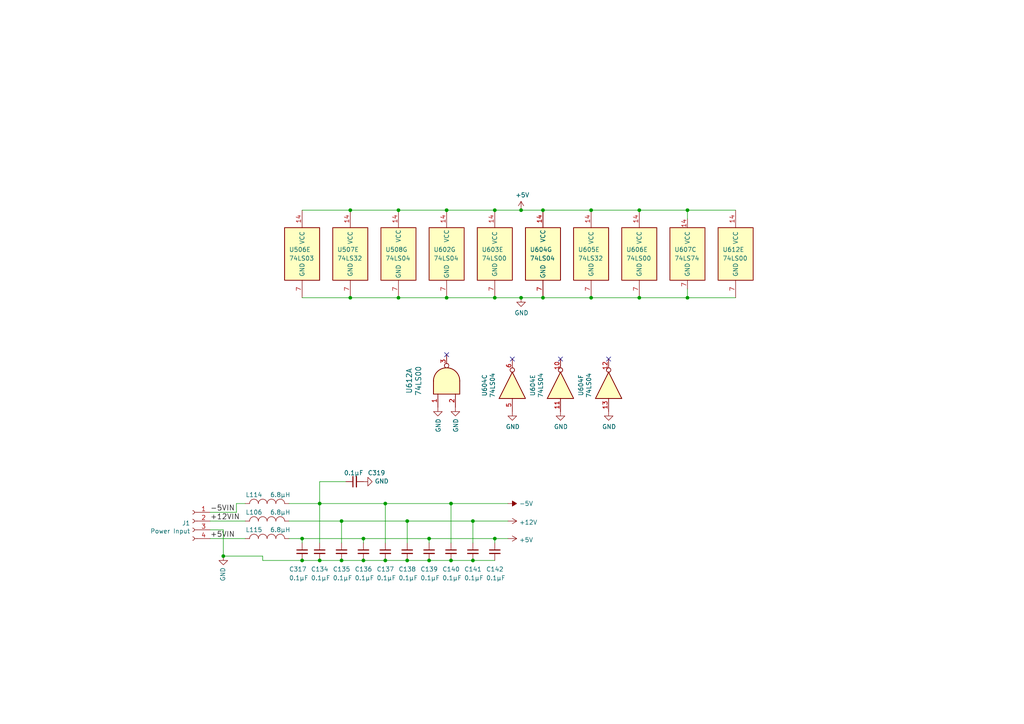
<source format=kicad_sch>
(kicad_sch (version 20211123) (generator eeschema)
  (paper "A4")
  (title_block (title "TI-99/4A") (date "2022-02-18") (rev "1.1") (company "Robert Krenicki - https://github.com/rkrenicki/TI99-Motherboard") (comment 1 "Schematic for sound device") (comment 3 "Based on the HackMac KiCAD Design"))
  (lib_symbols
    (symbol "74xx:74LS00" (pin_names (offset 1.016))
      (property "Reference" "U" (at 0 1.27 0))
      (property "Value" "74LS00" (at 0 -1.27 0))
      (symbol "74LS00_1_1"
        (arc (start 0 -3.81) (mid 3.81 0) (end 0 3.81) (stroke (width 0.254)) (fill (type background)))
        (polyline (pts (xy 0 3.81) (xy -3.81 3.81) (xy -3.81 -3.81) (xy 0 -3.81)) (stroke (width 0.254)) (fill (type background)))
        (pin input line (at -7.62 2.54 0) (length 3.81) (name "~") (number "1"))
        (pin input line (at -7.62 -2.54 0) (length 3.81) (name "~") (number "2"))
        (pin output inverted (at 7.62 0 180) (length 3.81) (name "~") (number "3"))
      )
      (symbol "74LS00_1_2"
        (arc (start -3.81 -3.81) (mid -2.589 0) (end -3.81 3.81) (stroke (width 0.254)))
        (arc (start -0.6096 -3.81) (mid 2.1855 -2.584) (end 3.81 0) (stroke (width 0.254)) (fill (type background)))
        (polyline (pts (xy -3.81 -3.81) (xy -0.635 -3.81)) (stroke (width 0.254)) (fill (type background)))
        (polyline (pts (xy -3.81 3.81) (xy -0.635 3.81)) (stroke (width 0.254)) (fill (type background)))
        (polyline (pts (xy -0.635 3.81) (xy -3.81 3.81) (xy -3.81 3.81) (xy -3.556 3.4036) (xy -3.0226 2.2606) (xy -2.6924 1.0414) (xy -2.6162 -0.254) (xy -2.7686 -1.4986) (xy -3.175 -2.7178) (xy -3.81 -3.81) (xy -3.81 -3.81) (xy -0.635 -3.81)) (stroke (width -25.4)) (fill (type background)))
        (arc (start 3.81 0) (mid 2.1928 2.5925) (end -0.6096 3.81) (stroke (width 0.254)) (fill (type background)))
        (pin input inverted (at -7.62 2.54 0) (length 4.318) (name "~") (number "1"))
        (pin input inverted (at -7.62 -2.54 0) (length 4.318) (name "~") (number "2"))
        (pin output line (at 7.62 0 180) (length 3.81) (name "~") (number "3"))
      )
      (symbol "74LS00_2_1"
        (arc (start 0 -3.81) (mid 3.81 0) (end 0 3.81) (stroke (width 0.254)) (fill (type background)))
        (polyline (pts (xy 0 3.81) (xy -3.81 3.81) (xy -3.81 -3.81) (xy 0 -3.81)) (stroke (width 0.254)) (fill (type background)))
        (pin input line (at -7.62 2.54 0) (length 3.81) (name "~") (number "4"))
        (pin input line (at -7.62 -2.54 0) (length 3.81) (name "~") (number "5"))
        (pin output inverted (at 7.62 0 180) (length 3.81) (name "~") (number "6"))
      )
      (symbol "74LS00_2_2"
        (arc (start -3.81 -3.81) (mid -2.589 0) (end -3.81 3.81) (stroke (width 0.254)))
        (arc (start -0.6096 -3.81) (mid 2.1855 -2.584) (end 3.81 0) (stroke (width 0.254)) (fill (type background)))
        (polyline (pts (xy -3.81 -3.81) (xy -0.635 -3.81)) (stroke (width 0.254)) (fill (type background)))
        (polyline (pts (xy -3.81 3.81) (xy -0.635 3.81)) (stroke (width 0.254)) (fill (type background)))
        (polyline (pts (xy -0.635 3.81) (xy -3.81 3.81) (xy -3.81 3.81) (xy -3.556 3.4036) (xy -3.0226 2.2606) (xy -2.6924 1.0414) (xy -2.6162 -0.254) (xy -2.7686 -1.4986) (xy -3.175 -2.7178) (xy -3.81 -3.81) (xy -3.81 -3.81) (xy -0.635 -3.81)) (stroke (width -25.4)) (fill (type background)))
        (arc (start 3.81 0) (mid 2.1928 2.5925) (end -0.6096 3.81) (stroke (width 0.254)) (fill (type background)))
        (pin input inverted (at -7.62 2.54 0) (length 4.318) (name "~") (number "4"))
        (pin input inverted (at -7.62 -2.54 0) (length 4.318) (name "~") (number "5"))
        (pin output line (at 7.62 0 180) (length 3.81) (name "~") (number "6"))
      )
      (symbol "74LS00_3_1"
        (arc (start 0 -3.81) (mid 3.81 0) (end 0 3.81) (stroke (width 0.254)) (fill (type background)))
        (polyline (pts (xy 0 3.81) (xy -3.81 3.81) (xy -3.81 -3.81) (xy 0 -3.81)) (stroke (width 0.254)) (fill (type background)))
        (pin input line (at -7.62 -2.54 0) (length 3.81) (name "~") (number "10"))
        (pin output inverted (at 7.62 0 180) (length 3.81) (name "~") (number "8"))
        (pin input line (at -7.62 2.54 0) (length 3.81) (name "~") (number "9"))
      )
      (symbol "74LS00_3_2"
        (arc (start -3.81 -3.81) (mid -2.589 0) (end -3.81 3.81) (stroke (width 0.254)))
        (arc (start -0.6096 -3.81) (mid 2.1855 -2.584) (end 3.81 0) (stroke (width 0.254)) (fill (type background)))
        (polyline (pts (xy -3.81 -3.81) (xy -0.635 -3.81)) (stroke (width 0.254)) (fill (type background)))
        (polyline (pts (xy -3.81 3.81) (xy -0.635 3.81)) (stroke (width 0.254)) (fill (type background)))
        (polyline (pts (xy -0.635 3.81) (xy -3.81 3.81) (xy -3.81 3.81) (xy -3.556 3.4036) (xy -3.0226 2.2606) (xy -2.6924 1.0414) (xy -2.6162 -0.254) (xy -2.7686 -1.4986) (xy -3.175 -2.7178) (xy -3.81 -3.81) (xy -3.81 -3.81) (xy -0.635 -3.81)) (stroke (width -25.4)) (fill (type background)))
        (arc (start 3.81 0) (mid 2.1928 2.5925) (end -0.6096 3.81) (stroke (width 0.254)) (fill (type background)))
        (pin input inverted (at -7.62 -2.54 0) (length 4.318) (name "~") (number "10"))
        (pin output line (at 7.62 0 180) (length 3.81) (name "~") (number "8"))
        (pin input inverted (at -7.62 2.54 0) (length 4.318) (name "~") (number "9"))
      )
      (symbol "74LS00_4_1"
        (arc (start 0 -3.81) (mid 3.81 0) (end 0 3.81) (stroke (width 0.254)) (fill (type background)))
        (polyline (pts (xy 0 3.81) (xy -3.81 3.81) (xy -3.81 -3.81) (xy 0 -3.81)) (stroke (width 0.254)) (fill (type background)))
        (pin output inverted (at 7.62 0 180) (length 3.81) (name "~") (number "11"))
        (pin input line (at -7.62 2.54 0) (length 3.81) (name "~") (number "12"))
        (pin input line (at -7.62 -2.54 0) (length 3.81) (name "~") (number "13"))
      )
      (symbol "74LS00_4_2"
        (arc (start -3.81 -3.81) (mid -2.589 0) (end -3.81 3.81) (stroke (width 0.254)))
        (arc (start -0.6096 -3.81) (mid 2.1855 -2.584) (end 3.81 0) (stroke (width 0.254)) (fill (type background)))
        (polyline (pts (xy -3.81 -3.81) (xy -0.635 -3.81)) (stroke (width 0.254)) (fill (type background)))
        (polyline (pts (xy -3.81 3.81) (xy -0.635 3.81)) (stroke (width 0.254)) (fill (type background)))
        (polyline (pts (xy -0.635 3.81) (xy -3.81 3.81) (xy -3.81 3.81) (xy -3.556 3.4036) (xy -3.0226 2.2606) (xy -2.6924 1.0414) (xy -2.6162 -0.254) (xy -2.7686 -1.4986) (xy -3.175 -2.7178) (xy -3.81 -3.81) (xy -3.81 -3.81) (xy -0.635 -3.81)) (stroke (width -25.4)) (fill (type background)))
        (arc (start 3.81 0) (mid 2.1928 2.5925) (end -0.6096 3.81) (stroke (width 0.254)) (fill (type background)))
        (pin output line (at 7.62 0 180) (length 3.81) (name "~") (number "11"))
        (pin input inverted (at -7.62 2.54 0) (length 4.318) (name "~") (number "12"))
        (pin input inverted (at -7.62 -2.54 0) (length 4.318) (name "~") (number "13"))
      )
      (symbol "74LS00_5_0"
        (pin power_in line (at 0 12.7 270) (length 5.08) (name "VCC") (number "14"))
        (pin power_in line (at 0 -12.7 90) (length 5.08) (name "GND") (number "7"))
      )
      (symbol "74LS00_5_1"
        (rectangle (start -5.08 7.62) (end 5.08 -7.62) (stroke (width 0.254)) (fill (type background)))
      )
    )
    (symbol "74xx:74LS03" (pin_names (offset 1.016))
      (property "Reference" "U" (at 0 1.27 0))
      (property "Value" "74LS03" (at 0 -1.27 0))
      (symbol "74LS03_1_1"
        (arc (start 0 -3.81) (mid 3.81 0) (end 0 3.81) (stroke (width 0.254)) (fill (type background)))
        (polyline (pts (xy 0 3.81) (xy -3.81 3.81) (xy -3.81 -3.81) (xy 0 -3.81)) (stroke (width 0.254)) (fill (type background)))
        (pin input line (at -7.62 2.54 0) (length 3.81) (name "~") (number "1"))
        (pin input line (at -7.62 -2.54 0) (length 3.81) (name "~") (number "2"))
        (pin open_collector inverted (at 7.62 0 180) (length 3.81) (name "~") (number "3"))
      )
      (symbol "74LS03_1_2"
        (arc (start -3.81 -3.81) (mid -2.589 0) (end -3.81 3.81) (stroke (width 0.254)))
        (arc (start -0.6096 -3.81) (mid 2.1855 -2.584) (end 3.81 0) (stroke (width 0.254)) (fill (type background)))
        (polyline (pts (xy -3.81 -3.81) (xy -0.635 -3.81)) (stroke (width 0.254)) (fill (type background)))
        (polyline (pts (xy -3.81 3.81) (xy -0.635 3.81)) (stroke (width 0.254)) (fill (type background)))
        (polyline (pts (xy -0.635 3.81) (xy -3.81 3.81) (xy -3.81 3.81) (xy -3.556 3.4036) (xy -3.0226 2.2606) (xy -2.6924 1.0414) (xy -2.6162 -0.254) (xy -2.7686 -1.4986) (xy -3.175 -2.7178) (xy -3.81 -3.81) (xy -3.81 -3.81) (xy -0.635 -3.81)) (stroke (width -25.4)) (fill (type background)))
        (arc (start 3.81 0) (mid 2.1928 2.5925) (end -0.6096 3.81) (stroke (width 0.254)) (fill (type background)))
        (pin input inverted (at -7.62 2.54 0) (length 4.318) (name "~") (number "1"))
        (pin input inverted (at -7.62 -2.54 0) (length 4.318) (name "~") (number "2"))
        (pin open_collector line (at 7.62 0 180) (length 3.81) (name "~") (number "3"))
      )
      (symbol "74LS03_2_1"
        (arc (start 0 -3.81) (mid 3.81 0) (end 0 3.81) (stroke (width 0.254)) (fill (type background)))
        (polyline (pts (xy 0 3.81) (xy -3.81 3.81) (xy -3.81 -3.81) (xy 0 -3.81)) (stroke (width 0.254)) (fill (type background)))
        (pin input line (at -7.62 2.54 0) (length 3.81) (name "~") (number "4"))
        (pin input line (at -7.62 -2.54 0) (length 3.81) (name "~") (number "5"))
        (pin open_collector inverted (at 7.62 0 180) (length 3.81) (name "~") (number "6"))
      )
      (symbol "74LS03_2_2"
        (arc (start -3.81 -3.81) (mid -2.589 0) (end -3.81 3.81) (stroke (width 0.254)))
        (arc (start -0.6096 -3.81) (mid 2.1855 -2.584) (end 3.81 0) (stroke (width 0.254)) (fill (type background)))
        (polyline (pts (xy -3.81 -3.81) (xy -0.635 -3.81)) (stroke (width 0.254)) (fill (type background)))
        (polyline (pts (xy -3.81 3.81) (xy -0.635 3.81)) (stroke (width 0.254)) (fill (type background)))
        (polyline (pts (xy -0.635 3.81) (xy -3.81 3.81) (xy -3.81 3.81) (xy -3.556 3.4036) (xy -3.0226 2.2606) (xy -2.6924 1.0414) (xy -2.6162 -0.254) (xy -2.7686 -1.4986) (xy -3.175 -2.7178) (xy -3.81 -3.81) (xy -3.81 -3.81) (xy -0.635 -3.81)) (stroke (width -25.4)) (fill (type background)))
        (arc (start 3.81 0) (mid 2.1928 2.5925) (end -0.6096 3.81) (stroke (width 0.254)) (fill (type background)))
        (pin input inverted (at -7.62 2.54 0) (length 4.318) (name "~") (number "4"))
        (pin input inverted (at -7.62 -2.54 0) (length 4.318) (name "~") (number "5"))
        (pin open_collector line (at 7.62 0 180) (length 3.81) (name "~") (number "6"))
      )
      (symbol "74LS03_3_1"
        (arc (start 0 -3.81) (mid 3.81 0) (end 0 3.81) (stroke (width 0.254)) (fill (type background)))
        (polyline (pts (xy 0 3.81) (xy -3.81 3.81) (xy -3.81 -3.81) (xy 0 -3.81)) (stroke (width 0.254)) (fill (type background)))
        (pin input line (at -7.62 -2.54 0) (length 3.81) (name "~") (number "10"))
        (pin open_collector inverted (at 7.62 0 180) (length 3.81) (name "~") (number "8"))
        (pin input line (at -7.62 2.54 0) (length 3.81) (name "~") (number "9"))
      )
      (symbol "74LS03_3_2"
        (arc (start -3.81 -3.81) (mid -2.589 0) (end -3.81 3.81) (stroke (width 0.254)))
        (arc (start -0.6096 -3.81) (mid 2.1855 -2.584) (end 3.81 0) (stroke (width 0.254)) (fill (type background)))
        (polyline (pts (xy -3.81 -3.81) (xy -0.635 -3.81)) (stroke (width 0.254)) (fill (type background)))
        (polyline (pts (xy -3.81 3.81) (xy -0.635 3.81)) (stroke (width 0.254)) (fill (type background)))
        (polyline (pts (xy -0.635 3.81) (xy -3.81 3.81) (xy -3.81 3.81) (xy -3.556 3.4036) (xy -3.0226 2.2606) (xy -2.6924 1.0414) (xy -2.6162 -0.254) (xy -2.7686 -1.4986) (xy -3.175 -2.7178) (xy -3.81 -3.81) (xy -3.81 -3.81) (xy -0.635 -3.81)) (stroke (width -25.4)) (fill (type background)))
        (arc (start 3.81 0) (mid 2.1928 2.5925) (end -0.6096 3.81) (stroke (width 0.254)) (fill (type background)))
        (pin input inverted (at -7.62 -2.54 0) (length 4.318) (name "~") (number "10"))
        (pin open_collector line (at 7.62 0 180) (length 3.81) (name "~") (number "8"))
        (pin input inverted (at -7.62 2.54 0) (length 4.318) (name "~") (number "9"))
      )
      (symbol "74LS03_4_1"
        (arc (start 0 -3.81) (mid 3.81 0) (end 0 3.81) (stroke (width 0.254)) (fill (type background)))
        (polyline (pts (xy 0 3.81) (xy -3.81 3.81) (xy -3.81 -3.81) (xy 0 -3.81)) (stroke (width 0.254)) (fill (type background)))
        (pin open_collector inverted (at 7.62 0 180) (length 3.81) (name "~") (number "11"))
        (pin input line (at -7.62 2.54 0) (length 3.81) (name "~") (number "12"))
        (pin input line (at -7.62 -2.54 0) (length 3.81) (name "~") (number "13"))
      )
      (symbol "74LS03_4_2"
        (arc (start -3.81 -3.81) (mid -2.589 0) (end -3.81 3.81) (stroke (width 0.254)))
        (arc (start -0.6096 -3.81) (mid 2.1855 -2.584) (end 3.81 0) (stroke (width 0.254)) (fill (type background)))
        (polyline (pts (xy -3.81 -3.81) (xy -0.635 -3.81)) (stroke (width 0.254)) (fill (type background)))
        (polyline (pts (xy -3.81 3.81) (xy -0.635 3.81)) (stroke (width 0.254)) (fill (type background)))
        (polyline (pts (xy -0.635 3.81) (xy -3.81 3.81) (xy -3.81 3.81) (xy -3.556 3.4036) (xy -3.0226 2.2606) (xy -2.6924 1.0414) (xy -2.6162 -0.254) (xy -2.7686 -1.4986) (xy -3.175 -2.7178) (xy -3.81 -3.81) (xy -3.81 -3.81) (xy -0.635 -3.81)) (stroke (width -25.4)) (fill (type background)))
        (arc (start 3.81 0) (mid 2.1928 2.5925) (end -0.6096 3.81) (stroke (width 0.254)) (fill (type background)))
        (pin open_collector line (at 7.62 0 180) (length 3.81) (name "~") (number "11"))
        (pin input inverted (at -7.62 2.54 0) (length 4.318) (name "~") (number "12"))
        (pin input inverted (at -7.62 -2.54 0) (length 4.318) (name "~") (number "13"))
      )
      (symbol "74LS03_5_0"
        (pin power_in line (at 0 12.7 270) (length 5.08) (name "VCC") (number "14"))
        (pin power_in line (at 0 -12.7 90) (length 5.08) (name "GND") (number "7"))
      )
      (symbol "74LS03_5_1"
        (rectangle (start -5.08 7.62) (end 5.08 -7.62) (stroke (width 0.254)) (fill (type background)))
      )
    )
    (symbol "74xx:74LS04"
      (property "Reference" "U" (at 0 1.27 0))
      (property "Value" "74LS04" (at 0 -1.27 0))
      (symbol "74LS04_1_0"
        (polyline (pts (xy -3.81 3.81) (xy -3.81 -3.81) (xy 3.81 0) (xy -3.81 3.81)) (stroke (width 0.254)) (fill (type background)))
        (pin input line (at -7.62 0 0) (length 3.81) (name "~") (number "1"))
        (pin output inverted (at 7.62 0 180) (length 3.81) (name "~") (number "2"))
      )
      (symbol "74LS04_2_0"
        (polyline (pts (xy -3.81 3.81) (xy -3.81 -3.81) (xy 3.81 0) (xy -3.81 3.81)) (stroke (width 0.254)) (fill (type background)))
        (pin input line (at -7.62 0 0) (length 3.81) (name "~") (number "3"))
        (pin output inverted (at 7.62 0 180) (length 3.81) (name "~") (number "4"))
      )
      (symbol "74LS04_3_0"
        (polyline (pts (xy -3.81 3.81) (xy -3.81 -3.81) (xy 3.81 0) (xy -3.81 3.81)) (stroke (width 0.254)) (fill (type background)))
        (pin input line (at -7.62 0 0) (length 3.81) (name "~") (number "5"))
        (pin output inverted (at 7.62 0 180) (length 3.81) (name "~") (number "6"))
      )
      (symbol "74LS04_4_0"
        (polyline (pts (xy -3.81 3.81) (xy -3.81 -3.81) (xy 3.81 0) (xy -3.81 3.81)) (stroke (width 0.254)) (fill (type background)))
        (pin output inverted (at 7.62 0 180) (length 3.81) (name "~") (number "8"))
        (pin input line (at -7.62 0 0) (length 3.81) (name "~") (number "9"))
      )
      (symbol "74LS04_5_0"
        (polyline (pts (xy -3.81 3.81) (xy -3.81 -3.81) (xy 3.81 0) (xy -3.81 3.81)) (stroke (width 0.254)) (fill (type background)))
        (pin output inverted (at 7.62 0 180) (length 3.81) (name "~") (number "10"))
        (pin input line (at -7.62 0 0) (length 3.81) (name "~") (number "11"))
      )
      (symbol "74LS04_6_0"
        (polyline (pts (xy -3.81 3.81) (xy -3.81 -3.81) (xy 3.81 0) (xy -3.81 3.81)) (stroke (width 0.254)) (fill (type background)))
        (pin output inverted (at 7.62 0 180) (length 3.81) (name "~") (number "12"))
        (pin input line (at -7.62 0 0) (length 3.81) (name "~") (number "13"))
      )
      (symbol "74LS04_7_0"
        (pin power_in line (at 0 12.7 270) (length 5.08) (name "VCC") (number "14"))
        (pin power_in line (at 0 -12.7 90) (length 5.08) (name "GND") (number "7"))
      )
      (symbol "74LS04_7_1"
        (rectangle (start -5.08 7.62) (end 5.08 -7.62) (stroke (width 0.254)) (fill (type background)))
      )
    )
    (symbol "74xx:74LS32" (pin_names (offset 1.016))
      (property "Reference" "U" (at 0 1.27 0))
      (property "Value" "74LS32" (at 0 -1.27 0))
      (symbol "74LS32_1_1"
        (arc (start -3.81 -3.81) (mid -2.589 0) (end -3.81 3.81) (stroke (width 0.254)))
        (arc (start -0.6096 -3.81) (mid 2.1855 -2.584) (end 3.81 0) (stroke (width 0.254)) (fill (type background)))
        (polyline (pts (xy -3.81 -3.81) (xy -0.635 -3.81)) (stroke (width 0.254)) (fill (type background)))
        (polyline (pts (xy -3.81 3.81) (xy -0.635 3.81)) (stroke (width 0.254)) (fill (type background)))
        (polyline (pts (xy -0.635 3.81) (xy -3.81 3.81) (xy -3.81 3.81) (xy -3.556 3.4036) (xy -3.0226 2.2606) (xy -2.6924 1.0414) (xy -2.6162 -0.254) (xy -2.7686 -1.4986) (xy -3.175 -2.7178) (xy -3.81 -3.81) (xy -3.81 -3.81) (xy -0.635 -3.81)) (stroke (width -25.4)) (fill (type background)))
        (arc (start 3.81 0) (mid 2.1928 2.5925) (end -0.6096 3.81) (stroke (width 0.254)) (fill (type background)))
        (pin input line (at -7.62 2.54 0) (length 4.318) (name "~") (number "1"))
        (pin input line (at -7.62 -2.54 0) (length 4.318) (name "~") (number "2"))
        (pin output line (at 7.62 0 180) (length 3.81) (name "~") (number "3"))
      )
      (symbol "74LS32_1_2"
        (arc (start 0 -3.81) (mid 3.81 0) (end 0 3.81) (stroke (width 0.254)) (fill (type background)))
        (polyline (pts (xy 0 3.81) (xy -3.81 3.81) (xy -3.81 -3.81) (xy 0 -3.81)) (stroke (width 0.254)) (fill (type background)))
        (pin input inverted (at -7.62 2.54 0) (length 3.81) (name "~") (number "1"))
        (pin input inverted (at -7.62 -2.54 0) (length 3.81) (name "~") (number "2"))
        (pin output inverted (at 7.62 0 180) (length 3.81) (name "~") (number "3"))
      )
      (symbol "74LS32_2_1"
        (arc (start -3.81 -3.81) (mid -2.589 0) (end -3.81 3.81) (stroke (width 0.254)))
        (arc (start -0.6096 -3.81) (mid 2.1855 -2.584) (end 3.81 0) (stroke (width 0.254)) (fill (type background)))
        (polyline (pts (xy -3.81 -3.81) (xy -0.635 -3.81)) (stroke (width 0.254)) (fill (type background)))
        (polyline (pts (xy -3.81 3.81) (xy -0.635 3.81)) (stroke (width 0.254)) (fill (type background)))
        (polyline (pts (xy -0.635 3.81) (xy -3.81 3.81) (xy -3.81 3.81) (xy -3.556 3.4036) (xy -3.0226 2.2606) (xy -2.6924 1.0414) (xy -2.6162 -0.254) (xy -2.7686 -1.4986) (xy -3.175 -2.7178) (xy -3.81 -3.81) (xy -3.81 -3.81) (xy -0.635 -3.81)) (stroke (width -25.4)) (fill (type background)))
        (arc (start 3.81 0) (mid 2.1928 2.5925) (end -0.6096 3.81) (stroke (width 0.254)) (fill (type background)))
        (pin input line (at -7.62 2.54 0) (length 4.318) (name "~") (number "4"))
        (pin input line (at -7.62 -2.54 0) (length 4.318) (name "~") (number "5"))
        (pin output line (at 7.62 0 180) (length 3.81) (name "~") (number "6"))
      )
      (symbol "74LS32_2_2"
        (arc (start 0 -3.81) (mid 3.81 0) (end 0 3.81) (stroke (width 0.254)) (fill (type background)))
        (polyline (pts (xy 0 3.81) (xy -3.81 3.81) (xy -3.81 -3.81) (xy 0 -3.81)) (stroke (width 0.254)) (fill (type background)))
        (pin input inverted (at -7.62 2.54 0) (length 3.81) (name "~") (number "4"))
        (pin input inverted (at -7.62 -2.54 0) (length 3.81) (name "~") (number "5"))
        (pin output inverted (at 7.62 0 180) (length 3.81) (name "~") (number "6"))
      )
      (symbol "74LS32_3_1"
        (arc (start -3.81 -3.81) (mid -2.589 0) (end -3.81 3.81) (stroke (width 0.254)))
        (arc (start -0.6096 -3.81) (mid 2.1855 -2.584) (end 3.81 0) (stroke (width 0.254)) (fill (type background)))
        (polyline (pts (xy -3.81 -3.81) (xy -0.635 -3.81)) (stroke (width 0.254)) (fill (type background)))
        (polyline (pts (xy -3.81 3.81) (xy -0.635 3.81)) (stroke (width 0.254)) (fill (type background)))
        (polyline (pts (xy -0.635 3.81) (xy -3.81 3.81) (xy -3.81 3.81) (xy -3.556 3.4036) (xy -3.0226 2.2606) (xy -2.6924 1.0414) (xy -2.6162 -0.254) (xy -2.7686 -1.4986) (xy -3.175 -2.7178) (xy -3.81 -3.81) (xy -3.81 -3.81) (xy -0.635 -3.81)) (stroke (width -25.4)) (fill (type background)))
        (arc (start 3.81 0) (mid 2.1928 2.5925) (end -0.6096 3.81) (stroke (width 0.254)) (fill (type background)))
        (pin input line (at -7.62 -2.54 0) (length 4.318) (name "~") (number "10"))
        (pin output line (at 7.62 0 180) (length 3.81) (name "~") (number "8"))
        (pin input line (at -7.62 2.54 0) (length 4.318) (name "~") (number "9"))
      )
      (symbol "74LS32_3_2"
        (arc (start 0 -3.81) (mid 3.81 0) (end 0 3.81) (stroke (width 0.254)) (fill (type background)))
        (polyline (pts (xy 0 3.81) (xy -3.81 3.81) (xy -3.81 -3.81) (xy 0 -3.81)) (stroke (width 0.254)) (fill (type background)))
        (pin input inverted (at -7.62 -2.54 0) (length 3.81) (name "~") (number "10"))
        (pin output inverted (at 7.62 0 180) (length 3.81) (name "~") (number "8"))
        (pin input inverted (at -7.62 2.54 0) (length 3.81) (name "~") (number "9"))
      )
      (symbol "74LS32_4_1"
        (arc (start -3.81 -3.81) (mid -2.589 0) (end -3.81 3.81) (stroke (width 0.254)))
        (arc (start -0.6096 -3.81) (mid 2.1855 -2.584) (end 3.81 0) (stroke (width 0.254)) (fill (type background)))
        (polyline (pts (xy -3.81 -3.81) (xy -0.635 -3.81)) (stroke (width 0.254)) (fill (type background)))
        (polyline (pts (xy -3.81 3.81) (xy -0.635 3.81)) (stroke (width 0.254)) (fill (type background)))
        (polyline (pts (xy -0.635 3.81) (xy -3.81 3.81) (xy -3.81 3.81) (xy -3.556 3.4036) (xy -3.0226 2.2606) (xy -2.6924 1.0414) (xy -2.6162 -0.254) (xy -2.7686 -1.4986) (xy -3.175 -2.7178) (xy -3.81 -3.81) (xy -3.81 -3.81) (xy -0.635 -3.81)) (stroke (width -25.4)) (fill (type background)))
        (arc (start 3.81 0) (mid 2.1928 2.5925) (end -0.6096 3.81) (stroke (width 0.254)) (fill (type background)))
        (pin output line (at 7.62 0 180) (length 3.81) (name "~") (number "11"))
        (pin input line (at -7.62 2.54 0) (length 4.318) (name "~") (number "12"))
        (pin input line (at -7.62 -2.54 0) (length 4.318) (name "~") (number "13"))
      )
      (symbol "74LS32_4_2"
        (arc (start 0 -3.81) (mid 3.81 0) (end 0 3.81) (stroke (width 0.254)) (fill (type background)))
        (polyline (pts (xy 0 3.81) (xy -3.81 3.81) (xy -3.81 -3.81) (xy 0 -3.81)) (stroke (width 0.254)) (fill (type background)))
        (pin output inverted (at 7.62 0 180) (length 3.81) (name "~") (number "11"))
        (pin input inverted (at -7.62 2.54 0) (length 3.81) (name "~") (number "12"))
        (pin input inverted (at -7.62 -2.54 0) (length 3.81) (name "~") (number "13"))
      )
      (symbol "74LS32_5_0"
        (pin power_in line (at 0 12.7 270) (length 5.08) (name "VCC") (number "14"))
        (pin power_in line (at 0 -12.7 90) (length 5.08) (name "GND") (number "7"))
      )
      (symbol "74LS32_5_1"
        (rectangle (start -5.08 7.62) (end 5.08 -7.62) (stroke (width 0.254)) (fill (type background)))
      )
    )
    (symbol "74xx:74LS74" (pin_names (offset 1.016))
      (property "Reference" "U" (at -7.62 8.89 0))
      (property "Value" "74LS74" (at -7.62 -8.89 0))
      (symbol "74LS74_1_0"
        (pin input line (at 0 -7.62 90) (length 2.54) (name "~{R}") (number "1"))
        (pin input line (at -7.62 2.54 0) (length 2.54) (name "D") (number "2"))
        (pin input clock (at -7.62 0 0) (length 2.54) (name "C") (number "3"))
        (pin input line (at 0 7.62 270) (length 2.54) (name "~{S}") (number "4"))
        (pin output line (at 7.62 2.54 180) (length 2.54) (name "Q") (number "5"))
        (pin output line (at 7.62 -2.54 180) (length 2.54) (name "~{Q}") (number "6"))
      )
      (symbol "74LS74_1_1"
        (rectangle (start -5.08 5.08) (end 5.08 -5.08) (stroke (width 0.254)) (fill (type background)))
      )
      (symbol "74LS74_2_0"
        (pin input line (at 0 7.62 270) (length 2.54) (name "~{S}") (number "10"))
        (pin input clock (at -7.62 0 0) (length 2.54) (name "C") (number "11"))
        (pin input line (at -7.62 2.54 0) (length 2.54) (name "D") (number "12"))
        (pin input line (at 0 -7.62 90) (length 2.54) (name "~{R}") (number "13"))
        (pin output line (at 7.62 -2.54 180) (length 2.54) (name "~{Q}") (number "8"))
        (pin output line (at 7.62 2.54 180) (length 2.54) (name "Q") (number "9"))
      )
      (symbol "74LS74_2_1"
        (rectangle (start -5.08 5.08) (end 5.08 -5.08) (stroke (width 0.254)) (fill (type background)))
      )
      (symbol "74LS74_3_0"
        (pin power_in line (at 0 10.16 270) (length 2.54) (name "VCC") (number "14"))
        (pin power_in line (at 0 -10.16 90) (length 2.54) (name "GND") (number "7"))
      )
      (symbol "74LS74_3_1"
        (rectangle (start -5.08 7.62) (end 5.08 -7.62) (stroke (width 0.254)) (fill (type background)))
      )
    )
    (symbol "Connector:Conn_01x04_Female" (pin_names (offset 1.016) hide)
      (property "Reference" "J" (at 0 5.08 0))
      (property "Value" "Conn_01x04_Female" (at 0 -7.62 0))
      (symbol "Conn_01x04_Female_1_1"
        (arc (start 0 -4.572) (mid -0.508 -5.08) (end 0 -5.588) (stroke (width 0.1524)))
        (arc (start 0 -2.032) (mid -0.508 -2.54) (end 0 -3.048) (stroke (width 0.1524)))
        (polyline (pts (xy -1.27 -5.08) (xy -0.508 -5.08)) (stroke (width 0.1524)))
        (polyline (pts (xy -1.27 -2.54) (xy -0.508 -2.54)) (stroke (width 0.1524)))
        (polyline (pts (xy -1.27 0) (xy -0.508 0)) (stroke (width 0.1524)))
        (polyline (pts (xy -1.27 2.54) (xy -0.508 2.54)) (stroke (width 0.1524)))
        (arc (start 0 0.508) (mid -0.508 0) (end 0 -0.508) (stroke (width 0.1524)))
        (arc (start 0 3.048) (mid -0.508 2.54) (end 0 2.032) (stroke (width 0.1524)))
        (pin passive line (at -5.08 2.54 0) (length 3.81) (name "Pin_1") (number "1"))
        (pin passive line (at -5.08 0 0) (length 3.81) (name "Pin_2") (number "2"))
        (pin passive line (at -5.08 -2.54 0) (length 3.81) (name "Pin_3") (number "3"))
        (pin passive line (at -5.08 -5.08 0) (length 3.81) (name "Pin_4") (number "4"))
      )
    )
    (symbol "Console-rescue:+12V" (power) (pin_names (offset 0))
      (property "Value" "+12V" (at 0 3.556 0))
      (symbol "+12V_0_1"
        (polyline (pts (xy -0.762 1.27) (xy 0 2.54)))
        (polyline (pts (xy 0 0) (xy 0 2.54)))
        (polyline (pts (xy 0 2.54) (xy 0.762 1.27)))
      )
      (symbol "+12V_1_1"
        (pin power_in line (at 0 0 90) (length 0) hide (name "+12V") (number "1"))
      )
    )
    (symbol "Console-rescue:+5V" (power) (pin_names (offset 0))
      (property "Value" "+5V" (at 0 3.556 0))
      (symbol "+5V_0_1"
        (polyline (pts (xy -0.762 1.27) (xy 0 2.54)))
        (polyline (pts (xy 0 0) (xy 0 2.54)))
        (polyline (pts (xy 0 2.54) (xy 0.762 1.27)))
      )
      (symbol "+5V_1_1"
        (pin power_in line (at 0 0 90) (length 0) hide (name "+5V") (number "1"))
      )
    )
    (symbol "Console-rescue:-5V" (power) (pin_names (offset 0))
      (property "Value" "-5V" (at 0 3.81 0))
      (symbol "-5V_0_0"
        (pin power_in line (at 0 0 90) (length 0) hide (name "-5V") (number "1"))
      )
      (symbol "-5V_0_1"
        (polyline (pts (xy 0 0) (xy 0 1.27) (xy 0.762 1.27) (xy 0 2.54) (xy -0.762 1.27) (xy 0 1.27)) (fill (type outline)))
      )
    )
    (symbol "Console-rescue:GND" (power) (pin_names (offset 0))
      (property "Value" "GND" (at 0 -3.81 0))
      (symbol "GND_0_1"
        (polyline (pts (xy 0 0) (xy 0 -1.27) (xy 1.27 -1.27) (xy 0 -2.54) (xy -1.27 -1.27) (xy 0 -1.27)))
      )
      (symbol "GND_1_1"
        (pin power_in line (at 0 0 270) (length 0) hide (name "GND") (number "1"))
      )
    )
    (symbol "Console-rescue:INDUCTOR_SMALL" (pin_numbers hide) (pin_names (offset 0) hide)
      (property "Reference" "L" (at 0 2.54 0))
      (property "Value" "INDUCTOR_SMALL" (at 0 -1.27 0))
      (symbol "INDUCTOR_SMALL_0_1"
        (arc (start -2.54 0) (mid -3.81 1.27) (end -5.08 0))
        (arc (start 0 0) (mid -1.27 1.27) (end -2.54 0))
        (arc (start 2.54 0) (mid 1.27 1.27) (end 0 0))
        (arc (start 5.08 0) (mid 3.81 1.27) (end 2.54 0))
      )
      (symbol "INDUCTOR_SMALL_1_1"
        (pin input line (at -6.35 0 0) (length 1.27) (name "1") (number "1"))
        (pin input line (at 6.35 0 180) (length 1.27) (name "2") (number "2"))
      )
    )
    (symbol "Device:C_Small" (pin_numbers hide) (pin_names (offset 0.254) hide)
      (property "Reference" "C" (at 0.254 1.778 0))
      (property "Value" "C_Small" (at 0.254 -2.032 0))
      (symbol "C_Small_0_1"
        (polyline (pts (xy -1.524 -0.508) (xy 1.524 -0.508)) (stroke (width 0.3302)))
        (polyline (pts (xy -1.524 0.508) (xy 1.524 0.508)) (stroke (width 0.3048)))
      )
      (symbol "C_Small_1_1"
        (pin passive line (at 0 2.54 270) (length 2.032) (name "~") (number "1"))
        (pin passive line (at 0 -2.54 90) (length 2.032) (name "~") (number "2"))
      )
    )
  )
  (junction (at 101.6 86.36))
  (junction (at 64.77 161.29))
  (junction (at 87.63 162.56))
  (junction (at 157.48 60.96))
  (junction (at 105.41 162.56))
  (junction (at 185.42 86.36))
  (junction (at 115.57 86.36))
  (junction (at 129.54 86.36))
  (junction (at 143.51 60.96))
  (junction (at 199.39 60.96))
  (junction (at 124.46 156.21))
  (junction (at 101.6 60.96))
  (junction (at 87.63 156.21))
  (junction (at 118.11 162.56))
  (junction (at 137.16 162.56))
  (junction (at 105.41 156.21))
  (junction (at 143.51 156.21))
  (junction (at 115.57 60.96))
  (junction (at 157.48 86.36))
  (junction (at 130.81 162.56))
  (junction (at 99.06 151.13))
  (junction (at 111.76 162.56))
  (junction (at 130.81 146.05))
  (junction (at 171.45 86.36))
  (junction (at 151.13 86.36))
  (junction (at 199.39 86.36))
  (junction (at 185.42 60.96))
  (junction (at 111.76 146.05))
  (junction (at 124.46 162.56))
  (junction (at 137.16 151.13))
  (junction (at 143.51 86.36))
  (junction (at 129.54 60.96))
  (junction (at 92.71 146.05))
  (junction (at 92.71 162.56))
  (junction (at 99.06 162.56))
  (junction (at 171.45 60.96))
  (junction (at 118.11 151.13))
  (junction (at 151.13 60.96))
  (no_connect (at 162.56 104.14))
  (no_connect (at 148.59 104.14))
  (no_connect (at 176.53 104.14))
  (no_connect (at 129.54 102.87))
  (wire (pts (xy 130.81 157.48) (xy 130.81 146.05)))
  (wire (pts (xy 118.11 162.56) (xy 111.76 162.56)))
  (wire (pts (xy 171.45 86.36) (xy 185.42 86.36)))
  (wire (pts (xy 60.96 148.59) (xy 68.58 148.59)))
  (wire (pts (xy 87.63 157.48) (xy 87.63 156.21)))
  (wire (pts (xy 129.54 86.36) (xy 143.51 86.36)))
  (wire (pts (xy 68.58 148.59) (xy 68.58 146.05)))
  (wire (pts (xy 143.51 156.21) (xy 147.32 156.21)))
  (wire (pts (xy 92.71 162.56) (xy 99.06 162.56)))
  (wire (pts (xy 151.13 86.36) (xy 157.48 86.36)))
  (wire (pts (xy 71.12 151.13) (xy 60.96 151.13)))
  (wire (pts (xy 118.11 151.13) (xy 137.16 151.13)))
  (wire (pts (xy 111.76 157.48) (xy 111.76 146.05)))
  (wire (pts (xy 64.77 153.67) (xy 64.77 161.29)))
  (wire (pts (xy 130.81 146.05) (xy 147.32 146.05)))
  (wire (pts (xy 137.16 151.13) (xy 147.32 151.13)))
  (wire (pts (xy 199.39 86.36) (xy 199.39 83.82)))
  (wire (pts (xy 143.51 60.96) (xy 151.13 60.96)))
  (wire (pts (xy 111.76 146.05) (xy 130.81 146.05)))
  (wire (pts (xy 60.96 156.21) (xy 71.12 156.21)))
  (wire (pts (xy 99.06 151.13) (xy 118.11 151.13)))
  (wire (pts (xy 199.39 60.96) (xy 199.39 63.5)))
  (wire (pts (xy 143.51 86.36) (xy 151.13 86.36)))
  (wire (pts (xy 76.2 162.56) (xy 76.2 161.29)))
  (wire (pts (xy 92.71 157.48) (xy 92.71 146.05)))
  (wire (pts (xy 60.96 153.67) (xy 64.77 153.67)))
  (wire (pts (xy 199.39 86.36) (xy 213.36 86.36)))
  (wire (pts (xy 101.6 60.96) (xy 115.57 60.96)))
  (wire (pts (xy 92.71 146.05) (xy 111.76 146.05)))
  (wire (pts (xy 105.41 156.21) (xy 124.46 156.21)))
  (wire (pts (xy 92.71 162.56) (xy 87.63 162.56)))
  (wire (pts (xy 185.42 60.96) (xy 199.39 60.96)))
  (wire (pts (xy 92.71 139.7) (xy 100.33 139.7)))
  (wire (pts (xy 157.48 60.96) (xy 171.45 60.96)))
  (wire (pts (xy 83.82 151.13) (xy 99.06 151.13)))
  (wire (pts (xy 87.63 156.21) (xy 105.41 156.21)))
  (wire (pts (xy 83.82 146.05) (xy 92.71 146.05)))
  (wire (pts (xy 101.6 86.36) (xy 115.57 86.36)))
  (wire (pts (xy 199.39 60.96) (xy 213.36 60.96)))
  (wire (pts (xy 87.63 162.56) (xy 76.2 162.56)))
  (wire (pts (xy 99.06 157.48) (xy 99.06 151.13)))
  (wire (pts (xy 118.11 157.48) (xy 118.11 151.13)))
  (wire (pts (xy 124.46 162.56) (xy 130.81 162.56)))
  (wire (pts (xy 87.63 86.36) (xy 101.6 86.36)))
  (wire (pts (xy 171.45 60.96) (xy 185.42 60.96)))
  (wire (pts (xy 105.41 162.56) (xy 99.06 162.56)))
  (wire (pts (xy 137.16 157.48) (xy 137.16 151.13)))
  (wire (pts (xy 115.57 86.36) (xy 129.54 86.36)))
  (wire (pts (xy 129.54 60.96) (xy 143.51 60.96)))
  (wire (pts (xy 68.58 146.05) (xy 71.12 146.05)))
  (wire (pts (xy 157.48 86.36) (xy 171.45 86.36)))
  (wire (pts (xy 143.51 157.48) (xy 143.51 156.21)))
  (wire (pts (xy 151.13 60.96) (xy 157.48 60.96)))
  (wire (pts (xy 124.46 156.21) (xy 143.51 156.21)))
  (wire (pts (xy 124.46 162.56) (xy 118.11 162.56)))
  (wire (pts (xy 92.71 146.05) (xy 92.71 139.7)))
  (wire (pts (xy 105.41 157.48) (xy 105.41 156.21)))
  (wire (pts (xy 124.46 157.48) (xy 124.46 156.21)))
  (wire (pts (xy 130.81 162.56) (xy 137.16 162.56)))
  (wire (pts (xy 105.41 162.56) (xy 111.76 162.56)))
  (wire (pts (xy 115.57 60.96) (xy 129.54 60.96)))
  (wire (pts (xy 185.42 86.36) (xy 199.39 86.36)))
  (wire (pts (xy 83.82 156.21) (xy 87.63 156.21)))
  (wire (pts (xy 143.51 162.56) (xy 137.16 162.56)))
  (wire (pts (xy 87.63 60.96) (xy 101.6 60.96)))
  (wire (pts (xy 64.77 161.29) (xy 76.2 161.29)))
  (label "-5VIN" (at 60.96 148.59 0) (effects (font (size 1.524 1.524))))
  (label "+5VIN" (at 60.96 156.21 0) (effects (font (size 1.524 1.524))))
  (label "+12VIN" (at 60.96 151.13 0) (effects (font (size 1.524 1.524))))
  (symbol (lib_id "74xx:74LS32") (at 101.6 73.66 0) (unit 5)
    (property "Reference" "U507" (at 97.79 72.39 0) (effects (justify left)))
    (property "Value" "74LS32" (at 97.79 74.93 0) (effects (justify left)))
    (property "Footprint" "Package_DIP:DIP-14_W7.62mm" (effects hide))
    (property "Datasheet" "http://www.ti.com/lit/gpn/sn74LS32" (effects hide))
  )
  (symbol (lib_id "Connector:Conn_01x04_Female") (at 55.88 151.13 0) (mirror y)
    (property "Reference" "J1" (at 55.1688 151.7396 0) (effects (justify left)))
    (property "Value" "Power Input" (at 55.1688 154.051 0) (effects (justify left)))
    (property "Footprint" "Connector_Molex:Molex_KK-396_A-41791-0004_1x04_P3.96mm_Vertical" (effects hide))
  )
  (symbol (lib_id "Console-rescue:+5V") (at 147.32 156.21 270)
    (property "Reference" "#PWR0103" (effects hide))
    (property "Value" "+5V" (at 150.5712 156.591 90) (effects (justify left)))
  )
  (symbol (lib_id "Console-rescue:-5V") (at 147.32 146.05 270)
    (property "Reference" "#PWR0134" (effects hide))
    (property "Value" "-5V" (at 150.5712 146.05 90) (effects (justify left)))
  )
  (symbol (lib_id "Console-rescue:+12V") (at 147.32 151.13 270)
    (property "Reference" "#PWR0135" (effects hide))
    (property "Value" "+12V" (at 150.5712 151.511 90) (effects (justify left)))
  )
  (symbol (lib_id "Console-rescue:GND") (at 64.77 161.29 0) (mirror y)
    (property "Reference" "#PWR0136" (effects hide))
    (property "Value" "GND" (at 64.643 164.5412 90) (effects (justify right)))
  )
  (symbol (lib_id "Device:C_Small") (at 87.63 160.02 0)
    (property "Reference" "C317" (at 83.82 165.1 0) (effects (justify left)))
    (property "Value" "0.1µF" (at 83.82 167.64 0) (effects (justify left)))
    (property "Footprint" "TI99_Connectors:Passive-11.50mm" (effects hide))
  )
  (symbol (lib_id "Console-rescue:INDUCTOR_SMALL") (at 77.47 156.21 0) (mirror y)
    (property "Reference" "L115" (at 73.66 153.67 0))
    (property "Value" "6.8µH" (at 81.28 153.67 0))
    (property "Footprint" "Resistor_THT:R_Axial_DIN0207_L6.3mm_D2.5mm_P15.24mm_Horizontal" (effects hide))
  )
  (symbol (lib_id "Console-rescue:INDUCTOR_SMALL") (at 77.47 151.13 0) (mirror y)
    (property "Reference" "L106" (at 73.66 148.59 0))
    (property "Value" "6.8µH" (at 81.28 148.59 0))
    (property "Footprint" "Resistor_THT:R_Axial_DIN0207_L6.3mm_D2.5mm_P15.24mm_Horizontal" (effects hide))
  )
  (symbol (lib_id "Console-rescue:INDUCTOR_SMALL") (at 77.47 146.05 0) (mirror y)
    (property "Reference" "L114" (at 73.66 143.51 0))
    (property "Value" "6.8µH" (at 81.28 143.51 0))
    (property "Footprint" "Resistor_THT:R_Axial_DIN0207_L6.3mm_D2.5mm_P15.24mm_Horizontal" (effects hide))
  )
  (symbol (lib_id "Device:C_Small") (at 92.71 160.02 0)
    (property "Reference" "C134" (at 90.17 165.1 0) (effects (justify left)))
    (property "Value" "0.1µF" (at 90.17 167.64 0) (effects (justify left)))
    (property "Footprint" "TI99_Connectors:Passive-11.50mm" (effects hide))
  )
  (symbol (lib_id "Device:C_Small") (at 99.06 160.02 0)
    (property "Reference" "C135" (at 96.52 165.1 0) (effects (justify left)))
    (property "Value" "0.1µF" (at 96.52 167.64 0) (effects (justify left)))
    (property "Footprint" "TI99_Connectors:Passive-11.50mm" (effects hide))
  )
  (symbol (lib_id "Device:C_Small") (at 105.41 160.02 0)
    (property "Reference" "C136" (at 102.87 165.1 0) (effects (justify left)))
    (property "Value" "0.1µF" (at 102.87 167.64 0) (effects (justify left)))
    (property "Footprint" "TI99_Connectors:Passive-11.50mm" (effects hide))
  )
  (symbol (lib_id "Device:C_Small") (at 111.76 160.02 0)
    (property "Reference" "C137" (at 109.22 165.1 0) (effects (justify left)))
    (property "Value" "0.1µF" (at 109.22 167.64 0) (effects (justify left)))
    (property "Footprint" "TI99_Connectors:Passive-11.50mm" (effects hide))
  )
  (symbol (lib_id "Device:C_Small") (at 118.11 160.02 0)
    (property "Reference" "C138" (at 115.57 165.1 0) (effects (justify left)))
    (property "Value" "0.1µF" (at 115.57 167.64 0) (effects (justify left)))
    (property "Footprint" "TI99_Connectors:Passive-11.50mm" (effects hide))
  )
  (symbol (lib_id "Device:C_Small") (at 124.46 160.02 0)
    (property "Reference" "C139" (at 121.92 165.1 0) (effects (justify left)))
    (property "Value" "0.1µF" (at 121.92 167.64 0) (effects (justify left)))
    (property "Footprint" "TI99_Connectors:Passive-11.50mm" (effects hide))
  )
  (symbol (lib_id "Device:C_Small") (at 130.81 160.02 0)
    (property "Reference" "C140" (at 128.27 165.1 0) (effects (justify left)))
    (property "Value" "0.1µF" (at 128.27 167.64 0) (effects (justify left)))
    (property "Footprint" "TI99_Connectors:Passive-11.50mm" (effects hide))
  )
  (symbol (lib_id "Device:C_Small") (at 137.16 160.02 0)
    (property "Reference" "C141" (at 134.62 165.1 0) (effects (justify left)))
    (property "Value" "0.1µF" (at 134.62 167.64 0) (effects (justify left)))
    (property "Footprint" "TI99_Connectors:Passive-11.50mm" (effects hide))
  )
  (symbol (lib_id "Device:C_Small") (at 143.51 160.02 0)
    (property "Reference" "C142" (at 140.97 165.1 0) (effects (justify left)))
    (property "Value" "0.1µF" (at 140.97 167.64 0) (effects (justify left)))
    (property "Footprint" "TI99_Connectors:Passive-11.50mm" (effects hide))
  )
  (symbol (lib_id "Device:C_Small") (at 102.87 139.7 90)
    (property "Reference" "C319" (at 111.76 137.16 90) (effects (justify left)))
    (property "Value" "0.1µF" (at 105.41 137.16 90) (effects (justify left)))
    (property "Footprint" "TI99_Connectors:Passive-11.50mm" (effects hide))
  )
  (symbol (lib_id "Console-rescue:GND") (at 105.41 139.7 90)
    (property "Reference" "#PWR0137" (effects hide))
    (property "Value" "GND" (at 108.6612 139.573 90) (effects (justify right)))
  )
  (symbol (lib_id "74xx:74LS74") (at 199.39 73.66 0) (unit 3)
    (property "Reference" "U607" (at 195.58 72.39 0) (effects (justify left)))
    (property "Value" "74LS74" (at 195.58 74.93 0) (effects (justify left)))
    (property "Footprint" "Package_DIP:DIP-14_W7.62mm" (effects hide))
    (property "Datasheet" "74xx/74hc_hct74.pdf" (effects hide))
  )
  (symbol (lib_id "74xx:74LS00") (at 129.54 110.49 90)
    (property "Reference" "U612" (at 118.6688 110.49 0) (effects (font (size 1.524 1.524))))
    (property "Value" "74LS00" (at 121.3612 110.49 0) (effects (font (size 1.524 1.524))))
    (property "Footprint" "Package_DIP:DIP-14_W7.62mm" (effects hide))
    (property "Datasheet" "http://www.ti.com/lit/gpn/sn74ls00" (effects hide))
  )
  (symbol (lib_id "Console-rescue:GND") (at 127 118.11 0)
    (property "Reference" "#PWR0176" (effects hide))
    (property "Value" "GND" (at 127.127 121.3612 90) (effects (justify right)))
  )
  (symbol (lib_id "Console-rescue:GND") (at 132.08 118.11 0)
    (property "Reference" "#PWR0177" (effects hide))
    (property "Value" "GND" (at 132.207 121.3612 90) (effects (justify right)))
  )
  (symbol (lib_id "74xx:74LS00") (at 213.36 73.66 0) (unit 5)
    (property "Reference" "U612" (at 209.55 72.39 0) (effects (justify left)))
    (property "Value" "74LS00" (at 209.55 74.93 0) (effects (justify left)))
    (property "Footprint" "Package_DIP:DIP-14_W7.62mm" (effects hide))
    (property "Datasheet" "http://www.ti.com/lit/gpn/sn74ls00" (effects hide))
  )
  (symbol (lib_id "74xx:74LS00") (at 185.42 73.66 0) (unit 5)
    (property "Reference" "U606" (at 181.61 72.39 0) (effects (justify left)))
    (property "Value" "74LS00" (at 181.61 74.93 0) (effects (justify left)))
    (property "Footprint" "Package_DIP:DIP-14_W7.62mm" (effects hide))
    (property "Datasheet" "http://www.ti.com/lit/gpn/sn74ls00" (effects hide))
  )
  (symbol (lib_id "74xx:74LS00") (at 143.51 73.66 0) (unit 5)
    (property "Reference" "U603" (at 139.7 72.39 0) (effects (justify left)))
    (property "Value" "74LS00" (at 139.7 74.93 0) (effects (justify left)))
    (property "Footprint" "Package_DIP:DIP-14_W7.62mm" (effects hide))
    (property "Datasheet" "http://www.ti.com/lit/gpn/sn74ls00" (effects hide))
  )
  (symbol (lib_id "74xx:74LS03") (at 87.63 73.66 0) (unit 5)
    (property "Reference" "U506" (at 83.82 72.39 0) (effects (justify left)))
    (property "Value" "74LS03" (at 83.82 74.93 0) (effects (justify left)))
    (property "Footprint" "Package_DIP:DIP-14_W7.62mm" (effects hide))
    (property "Datasheet" "http://www.ti.com/lit/gpn/sn74LS03" (effects hide))
  )
  (symbol (lib_id "74xx:74LS04") (at 115.57 73.66 0) (unit 7)
    (property "Reference" "U508" (at 111.76 72.39 0) (effects (justify left)))
    (property "Value" "74LS04" (at 111.76 74.93 0) (effects (justify left)))
    (property "Footprint" "Package_DIP:DIP-14_W7.62mm" (effects hide))
    (property "Datasheet" "http://www.ti.com/lit/gpn/sn74LS04" (effects hide))
  )
  (symbol (lib_id "74xx:74LS04") (at 129.54 73.66 0) (unit 7)
    (property "Reference" "U602" (at 125.73 72.39 0) (effects (justify left)))
    (property "Value" "74LS04" (at 125.73 74.93 0) (effects (justify left)))
    (property "Footprint" "Package_DIP:DIP-14_W7.62mm" (effects hide))
    (property "Datasheet" "http://www.ti.com/lit/gpn/sn74LS04" (effects hide))
  )
  (symbol (lib_id "74xx:74LS04") (at 157.48 73.66 0) (unit 7)
    (property "Reference" "U604" (at 153.67 72.39 0) (effects (justify left)))
    (property "Value" "74LS04" (at 153.67 74.93 0) (effects (justify left)))
    (property "Footprint" "Package_DIP:DIP-14_W7.62mm" (effects hide))
    (property "Datasheet" "http://www.ti.com/lit/gpn/sn74LS04" (effects hide))
  )
  (symbol (lib_id "74xx:74LS04") (at 148.59 111.76 90) (unit 3)
    (property "Reference" "U604" (at 140.5382 111.76 0))
    (property "Value" "74LS04" (at 142.8496 111.76 0))
    (property "Footprint" "Package_DIP:DIP-14_W7.62mm" (effects hide))
    (property "Datasheet" "http://www.ti.com/lit/gpn/sn74LS04" (effects hide))
  )
  (symbol (lib_id "74xx:74LS04") (at 162.56 111.76 90) (unit 5)
    (property "Reference" "U604" (at 154.5082 111.76 0))
    (property "Value" "74LS04" (at 156.8196 111.76 0))
    (property "Footprint" "Package_DIP:DIP-14_W7.62mm" (effects hide))
    (property "Datasheet" "http://www.ti.com/lit/gpn/sn74LS04" (effects hide))
  )
  (symbol (lib_id "74xx:74LS04") (at 176.53 111.76 90) (unit 6)
    (property "Reference" "U604" (at 168.4782 111.76 0))
    (property "Value" "74LS04" (at 170.7896 111.76 0))
    (property "Footprint" "Package_DIP:DIP-14_W7.62mm" (effects hide))
    (property "Datasheet" "http://www.ti.com/lit/gpn/sn74LS04" (effects hide))
  )
  (symbol (lib_id "Console-rescue:GND") (at 148.59 119.38 0) (unit 1)
    (property "Reference" "#PWR0178" (effects hide))
    (property "Value" "GND" (at 148.717 123.7742 0))
  )
  (symbol (lib_id "Console-rescue:GND") (at 162.56 119.38 0) (unit 1)
    (property "Reference" "#PWR0179" (effects hide))
    (property "Value" "GND" (at 162.687 123.7742 0))
  )
  (symbol (lib_id "Console-rescue:GND") (at 176.53 119.38 0) (unit 1)
    (property "Reference" "#PWR0180" (effects hide))
    (property "Value" "GND" (at 176.657 123.7742 0))
  )
  (symbol (lib_id "74xx:74LS32") (at 171.45 73.66 0) (unit 5)
    (property "Reference" "U605" (at 167.64 72.39 0) (effects (justify left)))
    (property "Value" "74LS32" (at 167.64 74.93 0) (effects (justify left)))
    (property "Footprint" "Package_DIP:DIP-14_W7.62mm" (effects hide))
    (property "Datasheet" "http://www.ti.com/lit/gpn/sn74LS32" (effects hide))
  )
  (symbol (lib_id "Console-rescue:GND") (at 151.13 86.36 0) (unit 1)
    (property "Reference" "#PWR0181" (effects hide))
    (property "Value" "GND" (at 151.257 90.7542 0))
  )
  (symbol (lib_id "Console-rescue:+5V") (at 151.13 60.96 0) (unit 1)
    (property "Reference" "#PWR0182" (effects hide))
    (property "Value" "+5V" (at 151.511 56.5658 0))
  )
)
</source>
